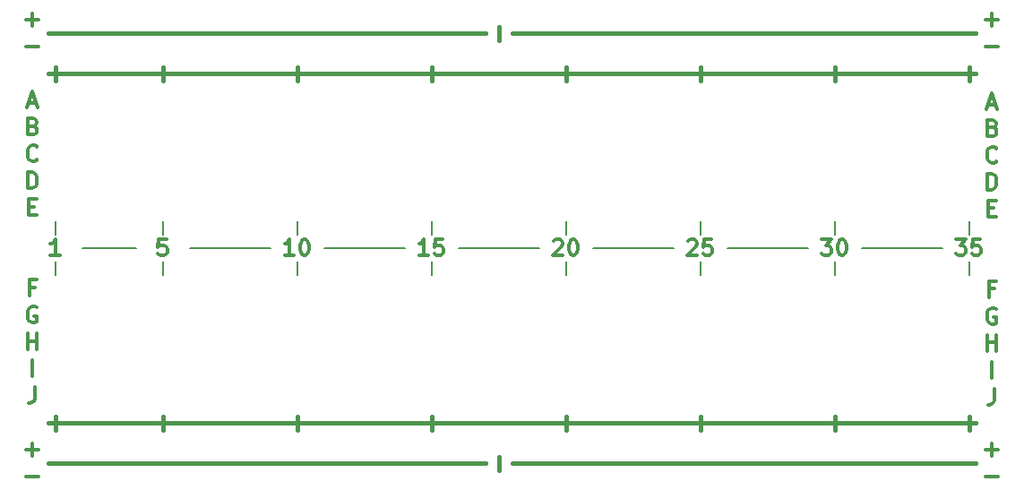
<source format=gto>
%FSLAX34Y34*%
G04 Gerber Fmt 3.4, Leading zero omitted, Abs format*
G04 (created by PCBNEW (2014-06-03 BZR 4917)-product) date Thu 12 Jun 2014 02:46:08 AM CEST*
%MOIN*%
G01*
G70*
G90*
G04 APERTURE LIST*
%ADD10C,0.005906*%
%ADD11C,0.007874*%
%ADD12C,0.013780*%
%ADD13C,0.015748*%
%ADD14C,0.125984*%
%ADD15C,0.039370*%
%ADD16C,0.064961*%
G04 APERTURE END LIST*
G54D10*
G54D11*
X44750Y-35500D02*
X44750Y-36000D01*
X44750Y-34000D02*
X44750Y-34500D01*
X39750Y-34000D02*
X39750Y-34500D01*
X39750Y-35500D02*
X39750Y-36000D01*
X34750Y-35500D02*
X34750Y-36000D01*
X34750Y-34000D02*
X34750Y-34500D01*
X29750Y-34000D02*
X29750Y-34500D01*
X29750Y-35500D02*
X29750Y-36000D01*
X24750Y-35500D02*
X24750Y-36000D01*
X24750Y-34000D02*
X24750Y-34500D01*
X19750Y-35500D02*
X19750Y-36000D01*
X19750Y-34000D02*
X19750Y-34500D01*
X10750Y-34000D02*
X10750Y-34500D01*
X10750Y-35500D02*
X10750Y-36000D01*
X14750Y-35500D02*
X14750Y-36000D01*
X14750Y-34000D02*
X14750Y-34500D01*
X40750Y-35000D02*
X43750Y-35000D01*
X35750Y-35000D02*
X38750Y-35000D01*
X30750Y-35000D02*
X33750Y-35000D01*
X25750Y-35000D02*
X28750Y-35000D01*
X20750Y-35000D02*
X23750Y-35000D01*
X15750Y-35000D02*
X18750Y-35000D01*
X11750Y-35000D02*
X13750Y-35000D01*
G54D12*
X44271Y-34676D02*
X44637Y-34676D01*
X44440Y-34901D01*
X44525Y-34901D01*
X44581Y-34929D01*
X44609Y-34957D01*
X44637Y-35014D01*
X44637Y-35154D01*
X44609Y-35210D01*
X44581Y-35239D01*
X44525Y-35267D01*
X44356Y-35267D01*
X44300Y-35239D01*
X44271Y-35210D01*
X45171Y-34676D02*
X44890Y-34676D01*
X44862Y-34957D01*
X44890Y-34929D01*
X44946Y-34901D01*
X45087Y-34901D01*
X45143Y-34929D01*
X45171Y-34957D01*
X45199Y-35014D01*
X45199Y-35154D01*
X45171Y-35210D01*
X45143Y-35239D01*
X45087Y-35267D01*
X44946Y-35267D01*
X44890Y-35239D01*
X44862Y-35210D01*
X39271Y-34676D02*
X39637Y-34676D01*
X39440Y-34901D01*
X39525Y-34901D01*
X39581Y-34929D01*
X39609Y-34957D01*
X39637Y-35014D01*
X39637Y-35154D01*
X39609Y-35210D01*
X39581Y-35239D01*
X39525Y-35267D01*
X39356Y-35267D01*
X39300Y-35239D01*
X39271Y-35210D01*
X40003Y-34676D02*
X40059Y-34676D01*
X40115Y-34704D01*
X40143Y-34732D01*
X40171Y-34789D01*
X40199Y-34901D01*
X40199Y-35042D01*
X40171Y-35154D01*
X40143Y-35210D01*
X40115Y-35239D01*
X40059Y-35267D01*
X40003Y-35267D01*
X39946Y-35239D01*
X39918Y-35210D01*
X39890Y-35154D01*
X39862Y-35042D01*
X39862Y-34901D01*
X39890Y-34789D01*
X39918Y-34732D01*
X39946Y-34704D01*
X40003Y-34676D01*
X34300Y-34732D02*
X34328Y-34704D01*
X34384Y-34676D01*
X34525Y-34676D01*
X34581Y-34704D01*
X34609Y-34732D01*
X34637Y-34789D01*
X34637Y-34845D01*
X34609Y-34929D01*
X34271Y-35267D01*
X34637Y-35267D01*
X35171Y-34676D02*
X34890Y-34676D01*
X34862Y-34957D01*
X34890Y-34929D01*
X34946Y-34901D01*
X35087Y-34901D01*
X35143Y-34929D01*
X35171Y-34957D01*
X35199Y-35014D01*
X35199Y-35154D01*
X35171Y-35210D01*
X35143Y-35239D01*
X35087Y-35267D01*
X34946Y-35267D01*
X34890Y-35239D01*
X34862Y-35210D01*
X29300Y-34732D02*
X29328Y-34704D01*
X29384Y-34676D01*
X29525Y-34676D01*
X29581Y-34704D01*
X29609Y-34732D01*
X29637Y-34789D01*
X29637Y-34845D01*
X29609Y-34929D01*
X29271Y-35267D01*
X29637Y-35267D01*
X30003Y-34676D02*
X30059Y-34676D01*
X30115Y-34704D01*
X30143Y-34732D01*
X30171Y-34789D01*
X30199Y-34901D01*
X30199Y-35042D01*
X30171Y-35154D01*
X30143Y-35210D01*
X30115Y-35239D01*
X30059Y-35267D01*
X30003Y-35267D01*
X29946Y-35239D01*
X29918Y-35210D01*
X29890Y-35154D01*
X29862Y-35042D01*
X29862Y-34901D01*
X29890Y-34789D01*
X29918Y-34732D01*
X29946Y-34704D01*
X30003Y-34676D01*
X24637Y-35267D02*
X24300Y-35267D01*
X24468Y-35267D02*
X24468Y-34676D01*
X24412Y-34760D01*
X24356Y-34817D01*
X24300Y-34845D01*
X25171Y-34676D02*
X24890Y-34676D01*
X24862Y-34957D01*
X24890Y-34929D01*
X24946Y-34901D01*
X25087Y-34901D01*
X25143Y-34929D01*
X25171Y-34957D01*
X25199Y-35014D01*
X25199Y-35154D01*
X25171Y-35210D01*
X25143Y-35239D01*
X25087Y-35267D01*
X24946Y-35267D01*
X24890Y-35239D01*
X24862Y-35210D01*
X19637Y-35267D02*
X19300Y-35267D01*
X19468Y-35267D02*
X19468Y-34676D01*
X19412Y-34760D01*
X19356Y-34817D01*
X19300Y-34845D01*
X20003Y-34676D02*
X20059Y-34676D01*
X20115Y-34704D01*
X20143Y-34732D01*
X20171Y-34789D01*
X20199Y-34901D01*
X20199Y-35042D01*
X20171Y-35154D01*
X20143Y-35210D01*
X20115Y-35239D01*
X20059Y-35267D01*
X20003Y-35267D01*
X19946Y-35239D01*
X19918Y-35210D01*
X19890Y-35154D01*
X19862Y-35042D01*
X19862Y-34901D01*
X19890Y-34789D01*
X19918Y-34732D01*
X19946Y-34704D01*
X20003Y-34676D01*
X14890Y-34676D02*
X14609Y-34676D01*
X14581Y-34957D01*
X14609Y-34929D01*
X14665Y-34901D01*
X14806Y-34901D01*
X14862Y-34929D01*
X14890Y-34957D01*
X14918Y-35014D01*
X14918Y-35154D01*
X14890Y-35210D01*
X14862Y-35239D01*
X14806Y-35267D01*
X14665Y-35267D01*
X14609Y-35239D01*
X14581Y-35210D01*
X10918Y-35267D02*
X10581Y-35267D01*
X10750Y-35267D02*
X10750Y-34676D01*
X10693Y-34760D01*
X10637Y-34817D01*
X10581Y-34845D01*
G54D13*
X27250Y-42750D02*
X27250Y-43250D01*
X27250Y-26750D02*
X27250Y-27250D01*
G54D12*
X45459Y-29648D02*
X45740Y-29648D01*
X45403Y-29817D02*
X45600Y-29226D01*
X45796Y-29817D01*
X45642Y-30507D02*
X45726Y-30535D01*
X45754Y-30564D01*
X45782Y-30620D01*
X45782Y-30704D01*
X45754Y-30760D01*
X45726Y-30789D01*
X45670Y-30817D01*
X45445Y-30817D01*
X45445Y-30226D01*
X45642Y-30226D01*
X45698Y-30254D01*
X45726Y-30282D01*
X45754Y-30339D01*
X45754Y-30395D01*
X45726Y-30451D01*
X45698Y-30479D01*
X45642Y-30507D01*
X45445Y-30507D01*
X45782Y-31760D02*
X45754Y-31789D01*
X45670Y-31817D01*
X45614Y-31817D01*
X45529Y-31789D01*
X45473Y-31732D01*
X45445Y-31676D01*
X45417Y-31564D01*
X45417Y-31479D01*
X45445Y-31367D01*
X45473Y-31310D01*
X45529Y-31254D01*
X45614Y-31226D01*
X45670Y-31226D01*
X45754Y-31254D01*
X45782Y-31282D01*
X45445Y-32817D02*
X45445Y-32226D01*
X45585Y-32226D01*
X45670Y-32254D01*
X45726Y-32310D01*
X45754Y-32367D01*
X45782Y-32479D01*
X45782Y-32564D01*
X45754Y-32676D01*
X45726Y-32732D01*
X45670Y-32789D01*
X45585Y-32817D01*
X45445Y-32817D01*
X45473Y-33507D02*
X45670Y-33507D01*
X45754Y-33817D02*
X45473Y-33817D01*
X45473Y-33226D01*
X45754Y-33226D01*
X45684Y-36507D02*
X45487Y-36507D01*
X45487Y-36817D02*
X45487Y-36226D01*
X45768Y-36226D01*
X45754Y-37254D02*
X45698Y-37226D01*
X45614Y-37226D01*
X45529Y-37254D01*
X45473Y-37310D01*
X45445Y-37367D01*
X45417Y-37479D01*
X45417Y-37564D01*
X45445Y-37676D01*
X45473Y-37732D01*
X45529Y-37789D01*
X45614Y-37817D01*
X45670Y-37817D01*
X45754Y-37789D01*
X45782Y-37760D01*
X45782Y-37564D01*
X45670Y-37564D01*
X45431Y-38817D02*
X45431Y-38226D01*
X45431Y-38507D02*
X45768Y-38507D01*
X45768Y-38817D02*
X45768Y-38226D01*
X45600Y-39817D02*
X45600Y-39226D01*
X45684Y-40226D02*
X45684Y-40648D01*
X45656Y-40732D01*
X45600Y-40789D01*
X45515Y-40817D01*
X45459Y-40817D01*
X9984Y-40176D02*
X9984Y-40598D01*
X9956Y-40682D01*
X9900Y-40739D01*
X9815Y-40767D01*
X9759Y-40767D01*
X9900Y-39767D02*
X9900Y-39176D01*
X9731Y-38767D02*
X9731Y-38176D01*
X9731Y-38457D02*
X10068Y-38457D01*
X10068Y-38767D02*
X10068Y-38176D01*
X10054Y-37204D02*
X9998Y-37176D01*
X9914Y-37176D01*
X9829Y-37204D01*
X9773Y-37260D01*
X9745Y-37317D01*
X9717Y-37429D01*
X9717Y-37514D01*
X9745Y-37626D01*
X9773Y-37682D01*
X9829Y-37739D01*
X9914Y-37767D01*
X9970Y-37767D01*
X10054Y-37739D01*
X10082Y-37710D01*
X10082Y-37514D01*
X9970Y-37514D01*
X9984Y-36457D02*
X9787Y-36457D01*
X9787Y-36767D02*
X9787Y-36176D01*
X10068Y-36176D01*
X9773Y-33457D02*
X9970Y-33457D01*
X10054Y-33767D02*
X9773Y-33767D01*
X9773Y-33176D01*
X10054Y-33176D01*
X9745Y-32767D02*
X9745Y-32176D01*
X9885Y-32176D01*
X9970Y-32204D01*
X10026Y-32260D01*
X10054Y-32317D01*
X10082Y-32429D01*
X10082Y-32514D01*
X10054Y-32626D01*
X10026Y-32682D01*
X9970Y-32739D01*
X9885Y-32767D01*
X9745Y-32767D01*
X10082Y-31710D02*
X10054Y-31739D01*
X9970Y-31767D01*
X9914Y-31767D01*
X9829Y-31739D01*
X9773Y-31682D01*
X9745Y-31626D01*
X9717Y-31514D01*
X9717Y-31429D01*
X9745Y-31317D01*
X9773Y-31260D01*
X9829Y-31204D01*
X9914Y-31176D01*
X9970Y-31176D01*
X10054Y-31204D01*
X10082Y-31232D01*
X9942Y-30457D02*
X10026Y-30485D01*
X10054Y-30514D01*
X10082Y-30570D01*
X10082Y-30654D01*
X10054Y-30710D01*
X10026Y-30739D01*
X9970Y-30767D01*
X9745Y-30767D01*
X9745Y-30176D01*
X9942Y-30176D01*
X9998Y-30204D01*
X10026Y-30232D01*
X10054Y-30289D01*
X10054Y-30345D01*
X10026Y-30401D01*
X9998Y-30429D01*
X9942Y-30457D01*
X9745Y-30457D01*
X9759Y-29598D02*
X10040Y-29598D01*
X9703Y-29767D02*
X9900Y-29176D01*
X10096Y-29767D01*
X45824Y-42492D02*
X45375Y-42492D01*
X45600Y-42717D02*
X45600Y-42267D01*
X45824Y-43492D02*
X45375Y-43492D01*
X10124Y-43492D02*
X9675Y-43492D01*
X10124Y-42492D02*
X9675Y-42492D01*
X9900Y-42717D02*
X9900Y-42267D01*
X45824Y-26492D02*
X45375Y-26492D01*
X45600Y-26717D02*
X45600Y-26267D01*
X45824Y-27492D02*
X45375Y-27492D01*
X10124Y-27492D02*
X9675Y-27492D01*
X10124Y-26492D02*
X9675Y-26492D01*
X9900Y-26717D02*
X9900Y-26267D01*
G54D13*
X27750Y-43000D02*
X45000Y-43000D01*
X10500Y-43000D02*
X26750Y-43000D01*
X27750Y-27000D02*
X45000Y-27000D01*
X10500Y-27000D02*
X26750Y-27000D01*
X44750Y-28250D02*
X44750Y-28750D01*
X39750Y-28250D02*
X39750Y-28750D01*
X34750Y-28250D02*
X34750Y-28750D01*
X29750Y-28250D02*
X29750Y-28750D01*
X24750Y-28250D02*
X24750Y-28750D01*
X19750Y-28250D02*
X19750Y-28750D01*
X14750Y-28250D02*
X14750Y-28750D01*
X10750Y-28250D02*
X10750Y-28750D01*
X10750Y-41250D02*
X10750Y-41750D01*
X44750Y-41750D02*
X44750Y-41250D01*
X39750Y-41750D02*
X39750Y-41250D01*
X34750Y-41750D02*
X34750Y-41250D01*
X29750Y-41250D02*
X29750Y-41750D01*
X24750Y-41250D02*
X24750Y-41750D01*
X19750Y-41250D02*
X19750Y-41750D01*
X14750Y-41250D02*
X14750Y-41750D01*
X10500Y-41500D02*
X45000Y-41500D01*
X10500Y-28500D02*
X45000Y-28500D01*
%LPC*%
G54D14*
X46062Y-35000D03*
X9448Y-35000D03*
G54D15*
X26500Y-32000D03*
X27000Y-32000D03*
X27500Y-32000D03*
X28000Y-32000D03*
X28500Y-32000D03*
X29000Y-32000D03*
X29500Y-32000D03*
X30000Y-32000D03*
G54D16*
X34750Y-38500D03*
X35750Y-38500D03*
X36750Y-38500D03*
X37750Y-38500D03*
X38750Y-38500D03*
X39750Y-38500D03*
X40750Y-38500D03*
X41750Y-38500D03*
X26750Y-38500D03*
X27750Y-38500D03*
X28750Y-38500D03*
X29750Y-38500D03*
X30750Y-38500D03*
X31750Y-38500D03*
X32750Y-38500D03*
X33750Y-38500D03*
X10750Y-40500D03*
X11750Y-40500D03*
X12750Y-40500D03*
X13750Y-40500D03*
X14750Y-40500D03*
X15750Y-40500D03*
X16750Y-40500D03*
X17750Y-40500D03*
X34750Y-31500D03*
X35750Y-31500D03*
X36750Y-31500D03*
X37750Y-31500D03*
X38750Y-31500D03*
X39750Y-31500D03*
X40750Y-31500D03*
X41750Y-31500D03*
X26750Y-30500D03*
X27750Y-30500D03*
X28750Y-30500D03*
X29750Y-30500D03*
X30750Y-30500D03*
X31750Y-30500D03*
X32750Y-30500D03*
X33750Y-30500D03*
X18750Y-30500D03*
X19750Y-30500D03*
X20750Y-30500D03*
X21750Y-30500D03*
X22750Y-30500D03*
X23750Y-30500D03*
X24750Y-30500D03*
X25750Y-30500D03*
X42750Y-32500D03*
X43750Y-32500D03*
X44750Y-32500D03*
X42750Y-31500D03*
X43750Y-31500D03*
X44750Y-31500D03*
X42750Y-30500D03*
X43750Y-30500D03*
X44750Y-30500D03*
X42750Y-29500D03*
X43750Y-29500D03*
X44750Y-29500D03*
X42750Y-27500D03*
X43750Y-27500D03*
X44750Y-27500D03*
X42750Y-26500D03*
X43750Y-26500D03*
X44750Y-26500D03*
X42750Y-33500D03*
X43750Y-33500D03*
X44750Y-33500D03*
X42750Y-40500D03*
X43750Y-40500D03*
X44750Y-40500D03*
X42750Y-39500D03*
X43750Y-39500D03*
X44750Y-39500D03*
X42750Y-38500D03*
X43750Y-38500D03*
X44750Y-38500D03*
X42750Y-37500D03*
X43750Y-37500D03*
X44750Y-37500D03*
X42750Y-36500D03*
X43750Y-36500D03*
X44750Y-36500D03*
X42750Y-43500D03*
X43750Y-43500D03*
X44750Y-43500D03*
X42750Y-42500D03*
X43750Y-42500D03*
X44750Y-42500D03*
G54D15*
X42500Y-26000D03*
X43000Y-26000D03*
X43500Y-26000D03*
X44000Y-26000D03*
X44500Y-26000D03*
X45000Y-26000D03*
X42500Y-28000D03*
X43000Y-28000D03*
X43500Y-28000D03*
X44000Y-28000D03*
X44500Y-28000D03*
X45000Y-28000D03*
X42500Y-29000D03*
X43000Y-29000D03*
X43500Y-29000D03*
X44000Y-29000D03*
X44500Y-29000D03*
X45000Y-29000D03*
X42500Y-30000D03*
X43000Y-30000D03*
X43500Y-30000D03*
X44000Y-30000D03*
X44500Y-30000D03*
X45000Y-30000D03*
X42500Y-31000D03*
X43000Y-31000D03*
X43500Y-31000D03*
X44000Y-31000D03*
X44500Y-31000D03*
X45000Y-31000D03*
X42500Y-32000D03*
X43000Y-32000D03*
X43500Y-32000D03*
X44000Y-32000D03*
X44500Y-32000D03*
X45000Y-32000D03*
X42500Y-33000D03*
X43000Y-33000D03*
X43500Y-33000D03*
X44000Y-33000D03*
X44500Y-33000D03*
X45000Y-33000D03*
X42500Y-44000D03*
X43000Y-44000D03*
X43500Y-44000D03*
X44000Y-44000D03*
X44500Y-44000D03*
X45000Y-44000D03*
X42500Y-42000D03*
X43000Y-42000D03*
X43500Y-42000D03*
X44000Y-42000D03*
X44500Y-42000D03*
X45000Y-42000D03*
X42500Y-41000D03*
X43000Y-41000D03*
X43500Y-41000D03*
X44000Y-41000D03*
X44500Y-41000D03*
X45000Y-41000D03*
X42500Y-40000D03*
X43000Y-40000D03*
X43500Y-40000D03*
X44000Y-40000D03*
X44500Y-40000D03*
X45000Y-40000D03*
X42500Y-39000D03*
X43000Y-39000D03*
X43500Y-39000D03*
X44000Y-39000D03*
X44500Y-39000D03*
X45000Y-39000D03*
X42500Y-38000D03*
X43000Y-38000D03*
X43500Y-38000D03*
X44000Y-38000D03*
X44500Y-38000D03*
X45000Y-38000D03*
X42500Y-37000D03*
X43000Y-37000D03*
X43500Y-37000D03*
X44000Y-37000D03*
X44500Y-37000D03*
X45000Y-37000D03*
X30500Y-29000D03*
X31000Y-29000D03*
X31500Y-29000D03*
X32000Y-29000D03*
X32500Y-29000D03*
X33000Y-29000D03*
X33500Y-29000D03*
X34000Y-29000D03*
G54D16*
X26750Y-33500D03*
X27750Y-33500D03*
X28750Y-33500D03*
X29750Y-33500D03*
X30750Y-33500D03*
X31750Y-33500D03*
X32750Y-33500D03*
X33750Y-33500D03*
X26750Y-29500D03*
X27750Y-29500D03*
X28750Y-29500D03*
X29750Y-29500D03*
X30750Y-29500D03*
X31750Y-29500D03*
X32750Y-29500D03*
X33750Y-29500D03*
X26750Y-31500D03*
X27750Y-31500D03*
X28750Y-31500D03*
X29750Y-31500D03*
X30750Y-31500D03*
X31750Y-31500D03*
X32750Y-31500D03*
X33750Y-31500D03*
X26750Y-32500D03*
X27750Y-32500D03*
X28750Y-32500D03*
X29750Y-32500D03*
X30750Y-32500D03*
X31750Y-32500D03*
X32750Y-32500D03*
X33750Y-32500D03*
X26750Y-36500D03*
X27750Y-36500D03*
X28750Y-36500D03*
X29750Y-36500D03*
X30750Y-36500D03*
X31750Y-36500D03*
X32750Y-36500D03*
X33750Y-36500D03*
X26750Y-40500D03*
X27750Y-40500D03*
X28750Y-40500D03*
X29750Y-40500D03*
X30750Y-40500D03*
X31750Y-40500D03*
X32750Y-40500D03*
X33750Y-40500D03*
X26750Y-39500D03*
X27750Y-39500D03*
X28750Y-39500D03*
X29750Y-39500D03*
X30750Y-39500D03*
X31750Y-39500D03*
X32750Y-39500D03*
X33750Y-39500D03*
X26750Y-37500D03*
X27750Y-37500D03*
X28750Y-37500D03*
X29750Y-37500D03*
X30750Y-37500D03*
X31750Y-37500D03*
X32750Y-37500D03*
X33750Y-37500D03*
G54D15*
X26500Y-29000D03*
X27000Y-29000D03*
X27500Y-29000D03*
X28000Y-29000D03*
X28500Y-29000D03*
X29000Y-29000D03*
X29500Y-29000D03*
X30000Y-29000D03*
X26500Y-30000D03*
X27000Y-30000D03*
X27500Y-30000D03*
X28000Y-30000D03*
X28500Y-30000D03*
X29000Y-30000D03*
X29500Y-30000D03*
X30000Y-30000D03*
X26500Y-31000D03*
X27000Y-31000D03*
X27500Y-31000D03*
X28000Y-31000D03*
X28500Y-31000D03*
X29000Y-31000D03*
X29500Y-31000D03*
X30000Y-31000D03*
X26500Y-33000D03*
X27000Y-33000D03*
X27500Y-33000D03*
X28000Y-33000D03*
X28500Y-33000D03*
X29000Y-33000D03*
X29500Y-33000D03*
X30000Y-33000D03*
X26500Y-37000D03*
X27000Y-37000D03*
X27500Y-37000D03*
X28000Y-37000D03*
X28500Y-37000D03*
X29000Y-37000D03*
X29500Y-37000D03*
X30000Y-37000D03*
X26500Y-38000D03*
X27000Y-38000D03*
X27500Y-38000D03*
X28000Y-38000D03*
X28500Y-38000D03*
X29000Y-38000D03*
X29500Y-38000D03*
X30000Y-38000D03*
X26500Y-39000D03*
X27000Y-39000D03*
X27500Y-39000D03*
X28000Y-39000D03*
X28500Y-39000D03*
X29000Y-39000D03*
X29500Y-39000D03*
X30000Y-39000D03*
X26500Y-40000D03*
X27000Y-40000D03*
X27500Y-40000D03*
X28000Y-40000D03*
X28500Y-40000D03*
X29000Y-40000D03*
X29500Y-40000D03*
X30000Y-40000D03*
X26500Y-41000D03*
X27000Y-41000D03*
X27500Y-41000D03*
X28000Y-41000D03*
X28500Y-41000D03*
X29000Y-41000D03*
X29500Y-41000D03*
X30000Y-41000D03*
X30500Y-30000D03*
X31000Y-30000D03*
X31500Y-30000D03*
X32000Y-30000D03*
X32500Y-30000D03*
X33000Y-30000D03*
X33500Y-30000D03*
X34000Y-30000D03*
X30500Y-31000D03*
X31000Y-31000D03*
X31500Y-31000D03*
X32000Y-31000D03*
X32500Y-31000D03*
X33000Y-31000D03*
X33500Y-31000D03*
X34000Y-31000D03*
X30500Y-32000D03*
X31000Y-32000D03*
X31500Y-32000D03*
X32000Y-32000D03*
X32500Y-32000D03*
X33000Y-32000D03*
X33500Y-32000D03*
X34000Y-32000D03*
X30500Y-33000D03*
X31000Y-33000D03*
X31500Y-33000D03*
X32000Y-33000D03*
X32500Y-33000D03*
X33000Y-33000D03*
X33500Y-33000D03*
X34000Y-33000D03*
X30500Y-41000D03*
X31000Y-41000D03*
X31500Y-41000D03*
X32000Y-41000D03*
X32500Y-41000D03*
X33000Y-41000D03*
X33500Y-41000D03*
X34000Y-41000D03*
X30500Y-40000D03*
X31000Y-40000D03*
X31500Y-40000D03*
X32000Y-40000D03*
X32500Y-40000D03*
X33000Y-40000D03*
X33500Y-40000D03*
X34000Y-40000D03*
X30500Y-39000D03*
X31000Y-39000D03*
X31500Y-39000D03*
X32000Y-39000D03*
X32500Y-39000D03*
X33000Y-39000D03*
X33500Y-39000D03*
X34000Y-39000D03*
X30500Y-38000D03*
X31000Y-38000D03*
X31500Y-38000D03*
X32000Y-38000D03*
X32500Y-38000D03*
X33000Y-38000D03*
X33500Y-38000D03*
X34000Y-38000D03*
X30500Y-37000D03*
X31000Y-37000D03*
X31500Y-37000D03*
X32000Y-37000D03*
X32500Y-37000D03*
X33000Y-37000D03*
X33500Y-37000D03*
X34000Y-37000D03*
X26500Y-42000D03*
X27000Y-42000D03*
X27500Y-42000D03*
X28000Y-42000D03*
X28500Y-42000D03*
X29000Y-42000D03*
X29500Y-42000D03*
X30000Y-42000D03*
X30500Y-42000D03*
X31000Y-42000D03*
X31500Y-42000D03*
X32000Y-42000D03*
X32500Y-42000D03*
X33000Y-42000D03*
X33500Y-42000D03*
X34000Y-42000D03*
G54D16*
X26750Y-42500D03*
X27750Y-42500D03*
X28750Y-42500D03*
X29750Y-42500D03*
X30750Y-42500D03*
X31750Y-42500D03*
X32750Y-42500D03*
X33750Y-42500D03*
X26750Y-43500D03*
X27750Y-43500D03*
X28750Y-43500D03*
X29750Y-43500D03*
X30750Y-43500D03*
X31750Y-43500D03*
X32750Y-43500D03*
X33750Y-43500D03*
G54D15*
X30500Y-44000D03*
X31000Y-44000D03*
X31500Y-44000D03*
X32000Y-44000D03*
X32500Y-44000D03*
X33000Y-44000D03*
X33500Y-44000D03*
X34000Y-44000D03*
X26500Y-44000D03*
X27000Y-44000D03*
X27500Y-44000D03*
X28000Y-44000D03*
X28500Y-44000D03*
X29000Y-44000D03*
X29500Y-44000D03*
X30000Y-44000D03*
X26500Y-28000D03*
X27000Y-28000D03*
X27500Y-28000D03*
X28000Y-28000D03*
X28500Y-28000D03*
X29000Y-28000D03*
X29500Y-28000D03*
X30000Y-28000D03*
X30500Y-28000D03*
X31000Y-28000D03*
X31500Y-28000D03*
X32000Y-28000D03*
X32500Y-28000D03*
X33000Y-28000D03*
X33500Y-28000D03*
X34000Y-28000D03*
G54D16*
X26750Y-27500D03*
X27750Y-27500D03*
X28750Y-27500D03*
X29750Y-27500D03*
X30750Y-27500D03*
X31750Y-27500D03*
X32750Y-27500D03*
X33750Y-27500D03*
X26750Y-26500D03*
X27750Y-26500D03*
X28750Y-26500D03*
X29750Y-26500D03*
X30750Y-26500D03*
X31750Y-26500D03*
X32750Y-26500D03*
X33750Y-26500D03*
G54D15*
X30500Y-26000D03*
X31000Y-26000D03*
X31500Y-26000D03*
X32000Y-26000D03*
X32500Y-26000D03*
X33000Y-26000D03*
X33500Y-26000D03*
X34000Y-26000D03*
X26500Y-26000D03*
X27000Y-26000D03*
X27500Y-26000D03*
X28000Y-26000D03*
X28500Y-26000D03*
X29000Y-26000D03*
X29500Y-26000D03*
X30000Y-26000D03*
X34500Y-26000D03*
X35000Y-26000D03*
X35500Y-26000D03*
X36000Y-26000D03*
X36500Y-26000D03*
X37000Y-26000D03*
X37500Y-26000D03*
X38000Y-26000D03*
X38500Y-26000D03*
X39000Y-26000D03*
X39500Y-26000D03*
X40000Y-26000D03*
X40500Y-26000D03*
X41000Y-26000D03*
X41500Y-26000D03*
X42000Y-26000D03*
G54D16*
X34750Y-26500D03*
X35750Y-26500D03*
X36750Y-26500D03*
X37750Y-26500D03*
X38750Y-26500D03*
X39750Y-26500D03*
X40750Y-26500D03*
X41750Y-26500D03*
X34750Y-27500D03*
X35750Y-27500D03*
X36750Y-27500D03*
X37750Y-27500D03*
X38750Y-27500D03*
X39750Y-27500D03*
X40750Y-27500D03*
X41750Y-27500D03*
G54D15*
X38500Y-28000D03*
X39000Y-28000D03*
X39500Y-28000D03*
X40000Y-28000D03*
X40500Y-28000D03*
X41000Y-28000D03*
X41500Y-28000D03*
X42000Y-28000D03*
X34500Y-28000D03*
X35000Y-28000D03*
X35500Y-28000D03*
X36000Y-28000D03*
X36500Y-28000D03*
X37000Y-28000D03*
X37500Y-28000D03*
X38000Y-28000D03*
X34500Y-44000D03*
X35000Y-44000D03*
X35500Y-44000D03*
X36000Y-44000D03*
X36500Y-44000D03*
X37000Y-44000D03*
X37500Y-44000D03*
X38000Y-44000D03*
X38500Y-44000D03*
X39000Y-44000D03*
X39500Y-44000D03*
X40000Y-44000D03*
X40500Y-44000D03*
X41000Y-44000D03*
X41500Y-44000D03*
X42000Y-44000D03*
G54D16*
X34750Y-43500D03*
X35750Y-43500D03*
X36750Y-43500D03*
X37750Y-43500D03*
X38750Y-43500D03*
X39750Y-43500D03*
X40750Y-43500D03*
X41750Y-43500D03*
X34750Y-42500D03*
X35750Y-42500D03*
X36750Y-42500D03*
X37750Y-42500D03*
X38750Y-42500D03*
X39750Y-42500D03*
X40750Y-42500D03*
X41750Y-42500D03*
G54D15*
X38500Y-42000D03*
X39000Y-42000D03*
X39500Y-42000D03*
X40000Y-42000D03*
X40500Y-42000D03*
X41000Y-42000D03*
X41500Y-42000D03*
X42000Y-42000D03*
X34500Y-42000D03*
X35000Y-42000D03*
X35500Y-42000D03*
X36000Y-42000D03*
X36500Y-42000D03*
X37000Y-42000D03*
X37500Y-42000D03*
X38000Y-42000D03*
X38500Y-37000D03*
X39000Y-37000D03*
X39500Y-37000D03*
X40000Y-37000D03*
X40500Y-37000D03*
X41000Y-37000D03*
X41500Y-37000D03*
X42000Y-37000D03*
X38500Y-38000D03*
X39000Y-38000D03*
X39500Y-38000D03*
X40000Y-38000D03*
X40500Y-38000D03*
X41000Y-38000D03*
X41500Y-38000D03*
X42000Y-38000D03*
X38500Y-39000D03*
X39000Y-39000D03*
X39500Y-39000D03*
X40000Y-39000D03*
X40500Y-39000D03*
X41000Y-39000D03*
X41500Y-39000D03*
X42000Y-39000D03*
X38500Y-40000D03*
X39000Y-40000D03*
X39500Y-40000D03*
X40000Y-40000D03*
X40500Y-40000D03*
X41000Y-40000D03*
X41500Y-40000D03*
X42000Y-40000D03*
X38500Y-41000D03*
X39000Y-41000D03*
X39500Y-41000D03*
X40000Y-41000D03*
X40500Y-41000D03*
X41000Y-41000D03*
X41500Y-41000D03*
X42000Y-41000D03*
X38500Y-33000D03*
X39000Y-33000D03*
X39500Y-33000D03*
X40000Y-33000D03*
X40500Y-33000D03*
X41000Y-33000D03*
X41500Y-33000D03*
X42000Y-33000D03*
X38500Y-32000D03*
X39000Y-32000D03*
X39500Y-32000D03*
X40000Y-32000D03*
X40500Y-32000D03*
X41000Y-32000D03*
X41500Y-32000D03*
X42000Y-32000D03*
X38500Y-31000D03*
X39000Y-31000D03*
X39500Y-31000D03*
X40000Y-31000D03*
X40500Y-31000D03*
X41000Y-31000D03*
X41500Y-31000D03*
X42000Y-31000D03*
X38500Y-30000D03*
X39000Y-30000D03*
X39500Y-30000D03*
X40000Y-30000D03*
X40500Y-30000D03*
X41000Y-30000D03*
X41500Y-30000D03*
X42000Y-30000D03*
X34500Y-41000D03*
X35000Y-41000D03*
X35500Y-41000D03*
X36000Y-41000D03*
X36500Y-41000D03*
X37000Y-41000D03*
X37500Y-41000D03*
X38000Y-41000D03*
X34500Y-40000D03*
X35000Y-40000D03*
X35500Y-40000D03*
X36000Y-40000D03*
X36500Y-40000D03*
X37000Y-40000D03*
X37500Y-40000D03*
X38000Y-40000D03*
X34500Y-39000D03*
X35000Y-39000D03*
X35500Y-39000D03*
X36000Y-39000D03*
X36500Y-39000D03*
X37000Y-39000D03*
X37500Y-39000D03*
X38000Y-39000D03*
X34500Y-38000D03*
X35000Y-38000D03*
X35500Y-38000D03*
X36000Y-38000D03*
X36500Y-38000D03*
X37000Y-38000D03*
X37500Y-38000D03*
X38000Y-38000D03*
X34500Y-37000D03*
X35000Y-37000D03*
X35500Y-37000D03*
X36000Y-37000D03*
X36500Y-37000D03*
X37000Y-37000D03*
X37500Y-37000D03*
X38000Y-37000D03*
X34500Y-33000D03*
X35000Y-33000D03*
X35500Y-33000D03*
X36000Y-33000D03*
X36500Y-33000D03*
X37000Y-33000D03*
X37500Y-33000D03*
X38000Y-33000D03*
X34500Y-32000D03*
X35000Y-32000D03*
X35500Y-32000D03*
X36000Y-32000D03*
X36500Y-32000D03*
X37000Y-32000D03*
X37500Y-32000D03*
X38000Y-32000D03*
X34500Y-31000D03*
X35000Y-31000D03*
X35500Y-31000D03*
X36000Y-31000D03*
X36500Y-31000D03*
X37000Y-31000D03*
X37500Y-31000D03*
X38000Y-31000D03*
X34500Y-30000D03*
X35000Y-30000D03*
X35500Y-30000D03*
X36000Y-30000D03*
X36500Y-30000D03*
X37000Y-30000D03*
X37500Y-30000D03*
X38000Y-30000D03*
X34500Y-29000D03*
X35000Y-29000D03*
X35500Y-29000D03*
X36000Y-29000D03*
X36500Y-29000D03*
X37000Y-29000D03*
X37500Y-29000D03*
X38000Y-29000D03*
G54D16*
X34750Y-37500D03*
X35750Y-37500D03*
X36750Y-37500D03*
X37750Y-37500D03*
X38750Y-37500D03*
X39750Y-37500D03*
X40750Y-37500D03*
X41750Y-37500D03*
X34750Y-39500D03*
X35750Y-39500D03*
X36750Y-39500D03*
X37750Y-39500D03*
X38750Y-39500D03*
X39750Y-39500D03*
X40750Y-39500D03*
X41750Y-39500D03*
X34750Y-40500D03*
X35750Y-40500D03*
X36750Y-40500D03*
X37750Y-40500D03*
X38750Y-40500D03*
X39750Y-40500D03*
X40750Y-40500D03*
X41750Y-40500D03*
X34750Y-36500D03*
X35750Y-36500D03*
X36750Y-36500D03*
X37750Y-36500D03*
X38750Y-36500D03*
X39750Y-36500D03*
X40750Y-36500D03*
X41750Y-36500D03*
X34750Y-32500D03*
X35750Y-32500D03*
X36750Y-32500D03*
X37750Y-32500D03*
X38750Y-32500D03*
X39750Y-32500D03*
X40750Y-32500D03*
X41750Y-32500D03*
X34750Y-30500D03*
X35750Y-30500D03*
X36750Y-30500D03*
X37750Y-30500D03*
X38750Y-30500D03*
X39750Y-30500D03*
X40750Y-30500D03*
X41750Y-30500D03*
X34750Y-29500D03*
X35750Y-29500D03*
X36750Y-29500D03*
X37750Y-29500D03*
X38750Y-29500D03*
X39750Y-29500D03*
X40750Y-29500D03*
X41750Y-29500D03*
X34750Y-33500D03*
X35750Y-33500D03*
X36750Y-33500D03*
X37750Y-33500D03*
X38750Y-33500D03*
X39750Y-33500D03*
X40750Y-33500D03*
X41750Y-33500D03*
G54D15*
X38500Y-29000D03*
X39000Y-29000D03*
X39500Y-29000D03*
X40000Y-29000D03*
X40500Y-29000D03*
X41000Y-29000D03*
X41500Y-29000D03*
X42000Y-29000D03*
X22500Y-29000D03*
X23000Y-29000D03*
X23500Y-29000D03*
X24000Y-29000D03*
X24500Y-29000D03*
X25000Y-29000D03*
X25500Y-29000D03*
X26000Y-29000D03*
G54D16*
X18750Y-33500D03*
X19750Y-33500D03*
X20750Y-33500D03*
X21750Y-33500D03*
X22750Y-33500D03*
X23750Y-33500D03*
X24750Y-33500D03*
X25750Y-33500D03*
X18750Y-29500D03*
X19750Y-29500D03*
X20750Y-29500D03*
X21750Y-29500D03*
X22750Y-29500D03*
X23750Y-29500D03*
X24750Y-29500D03*
X25750Y-29500D03*
X18750Y-31500D03*
X19750Y-31500D03*
X20750Y-31500D03*
X21750Y-31500D03*
X22750Y-31500D03*
X23750Y-31500D03*
X24750Y-31500D03*
X25750Y-31500D03*
X18750Y-32500D03*
X19750Y-32500D03*
X20750Y-32500D03*
X21750Y-32500D03*
X22750Y-32500D03*
X23750Y-32500D03*
X24750Y-32500D03*
X25750Y-32500D03*
X18750Y-36500D03*
X19750Y-36500D03*
X20750Y-36500D03*
X21750Y-36500D03*
X22750Y-36500D03*
X23750Y-36500D03*
X24750Y-36500D03*
X25750Y-36500D03*
X18750Y-40500D03*
X19750Y-40500D03*
X20750Y-40500D03*
X21750Y-40500D03*
X22750Y-40500D03*
X23750Y-40500D03*
X24750Y-40500D03*
X25750Y-40500D03*
X18750Y-39500D03*
X19750Y-39500D03*
X20750Y-39500D03*
X21750Y-39500D03*
X22750Y-39500D03*
X23750Y-39500D03*
X24750Y-39500D03*
X25750Y-39500D03*
X18750Y-38500D03*
X19750Y-38500D03*
X20750Y-38500D03*
X21750Y-38500D03*
X22750Y-38500D03*
X23750Y-38500D03*
X24750Y-38500D03*
X25750Y-38500D03*
X18750Y-37500D03*
X19750Y-37500D03*
X20750Y-37500D03*
X21750Y-37500D03*
X22750Y-37500D03*
X23750Y-37500D03*
X24750Y-37500D03*
X25750Y-37500D03*
G54D15*
X18500Y-29000D03*
X19000Y-29000D03*
X19500Y-29000D03*
X20000Y-29000D03*
X20500Y-29000D03*
X21000Y-29000D03*
X21500Y-29000D03*
X22000Y-29000D03*
X18500Y-30000D03*
X19000Y-30000D03*
X19500Y-30000D03*
X20000Y-30000D03*
X20500Y-30000D03*
X21000Y-30000D03*
X21500Y-30000D03*
X22000Y-30000D03*
X18500Y-31000D03*
X19000Y-31000D03*
X19500Y-31000D03*
X20000Y-31000D03*
X20500Y-31000D03*
X21000Y-31000D03*
X21500Y-31000D03*
X22000Y-31000D03*
X18500Y-32000D03*
X19000Y-32000D03*
X19500Y-32000D03*
X20000Y-32000D03*
X20500Y-32000D03*
X21000Y-32000D03*
X21500Y-32000D03*
X22000Y-32000D03*
X18500Y-33000D03*
X19000Y-33000D03*
X19500Y-33000D03*
X20000Y-33000D03*
X20500Y-33000D03*
X21000Y-33000D03*
X21500Y-33000D03*
X22000Y-33000D03*
X18500Y-37000D03*
X19000Y-37000D03*
X19500Y-37000D03*
X20000Y-37000D03*
X20500Y-37000D03*
X21000Y-37000D03*
X21500Y-37000D03*
X22000Y-37000D03*
X18500Y-38000D03*
X19000Y-38000D03*
X19500Y-38000D03*
X20000Y-38000D03*
X20500Y-38000D03*
X21000Y-38000D03*
X21500Y-38000D03*
X22000Y-38000D03*
X18500Y-39000D03*
X19000Y-39000D03*
X19500Y-39000D03*
X20000Y-39000D03*
X20500Y-39000D03*
X21000Y-39000D03*
X21500Y-39000D03*
X22000Y-39000D03*
X18500Y-40000D03*
X19000Y-40000D03*
X19500Y-40000D03*
X20000Y-40000D03*
X20500Y-40000D03*
X21000Y-40000D03*
X21500Y-40000D03*
X22000Y-40000D03*
X18500Y-41000D03*
X19000Y-41000D03*
X19500Y-41000D03*
X20000Y-41000D03*
X20500Y-41000D03*
X21000Y-41000D03*
X21500Y-41000D03*
X22000Y-41000D03*
X22500Y-30000D03*
X23000Y-30000D03*
X23500Y-30000D03*
X24000Y-30000D03*
X24500Y-30000D03*
X25000Y-30000D03*
X25500Y-30000D03*
X26000Y-30000D03*
X22500Y-31000D03*
X23000Y-31000D03*
X23500Y-31000D03*
X24000Y-31000D03*
X24500Y-31000D03*
X25000Y-31000D03*
X25500Y-31000D03*
X26000Y-31000D03*
X22500Y-32000D03*
X23000Y-32000D03*
X23500Y-32000D03*
X24000Y-32000D03*
X24500Y-32000D03*
X25000Y-32000D03*
X25500Y-32000D03*
X26000Y-32000D03*
X22500Y-33000D03*
X23000Y-33000D03*
X23500Y-33000D03*
X24000Y-33000D03*
X24500Y-33000D03*
X25000Y-33000D03*
X25500Y-33000D03*
X26000Y-33000D03*
X22500Y-41000D03*
X23000Y-41000D03*
X23500Y-41000D03*
X24000Y-41000D03*
X24500Y-41000D03*
X25000Y-41000D03*
X25500Y-41000D03*
X26000Y-41000D03*
X22500Y-40000D03*
X23000Y-40000D03*
X23500Y-40000D03*
X24000Y-40000D03*
X24500Y-40000D03*
X25000Y-40000D03*
X25500Y-40000D03*
X26000Y-40000D03*
X22500Y-39000D03*
X23000Y-39000D03*
X23500Y-39000D03*
X24000Y-39000D03*
X24500Y-39000D03*
X25000Y-39000D03*
X25500Y-39000D03*
X26000Y-39000D03*
X22500Y-38000D03*
X23000Y-38000D03*
X23500Y-38000D03*
X24000Y-38000D03*
X24500Y-38000D03*
X25000Y-38000D03*
X25500Y-38000D03*
X26000Y-38000D03*
X22500Y-37000D03*
X23000Y-37000D03*
X23500Y-37000D03*
X24000Y-37000D03*
X24500Y-37000D03*
X25000Y-37000D03*
X25500Y-37000D03*
X26000Y-37000D03*
X18500Y-42000D03*
X19000Y-42000D03*
X19500Y-42000D03*
X20000Y-42000D03*
X20500Y-42000D03*
X21000Y-42000D03*
X21500Y-42000D03*
X22000Y-42000D03*
X22500Y-42000D03*
X23000Y-42000D03*
X23500Y-42000D03*
X24000Y-42000D03*
X24500Y-42000D03*
X25000Y-42000D03*
X25500Y-42000D03*
X26000Y-42000D03*
G54D16*
X18750Y-42500D03*
X19750Y-42500D03*
X20750Y-42500D03*
X21750Y-42500D03*
X22750Y-42500D03*
X23750Y-42500D03*
X24750Y-42500D03*
X25750Y-42500D03*
X18750Y-43500D03*
X19750Y-43500D03*
X20750Y-43500D03*
X21750Y-43500D03*
X22750Y-43500D03*
X23750Y-43500D03*
X24750Y-43500D03*
X25750Y-43500D03*
G54D15*
X22500Y-44000D03*
X23000Y-44000D03*
X23500Y-44000D03*
X24000Y-44000D03*
X24500Y-44000D03*
X25000Y-44000D03*
X25500Y-44000D03*
X26000Y-44000D03*
X18500Y-44000D03*
X19000Y-44000D03*
X19500Y-44000D03*
X20000Y-44000D03*
X20500Y-44000D03*
X21000Y-44000D03*
X21500Y-44000D03*
X22000Y-44000D03*
X18500Y-28000D03*
X19000Y-28000D03*
X19500Y-28000D03*
X20000Y-28000D03*
X20500Y-28000D03*
X21000Y-28000D03*
X21500Y-28000D03*
X22000Y-28000D03*
X22500Y-28000D03*
X23000Y-28000D03*
X23500Y-28000D03*
X24000Y-28000D03*
X24500Y-28000D03*
X25000Y-28000D03*
X25500Y-28000D03*
X26000Y-28000D03*
G54D16*
X18750Y-27500D03*
X19750Y-27500D03*
X20750Y-27500D03*
X21750Y-27500D03*
X22750Y-27500D03*
X23750Y-27500D03*
X24750Y-27500D03*
X25750Y-27500D03*
X18750Y-26500D03*
X19750Y-26500D03*
X20750Y-26500D03*
X21750Y-26500D03*
X22750Y-26500D03*
X23750Y-26500D03*
X24750Y-26500D03*
X25750Y-26500D03*
G54D15*
X22500Y-26000D03*
X23000Y-26000D03*
X23500Y-26000D03*
X24000Y-26000D03*
X24500Y-26000D03*
X25000Y-26000D03*
X25500Y-26000D03*
X26000Y-26000D03*
X18500Y-26000D03*
X19000Y-26000D03*
X19500Y-26000D03*
X20000Y-26000D03*
X20500Y-26000D03*
X21000Y-26000D03*
X21500Y-26000D03*
X22000Y-26000D03*
X10500Y-26000D03*
X11000Y-26000D03*
X11500Y-26000D03*
X12000Y-26000D03*
X12500Y-26000D03*
X13000Y-26000D03*
X13500Y-26000D03*
X14000Y-26000D03*
X14500Y-26000D03*
X15000Y-26000D03*
X15500Y-26000D03*
X16000Y-26000D03*
X16500Y-26000D03*
X17000Y-26000D03*
X17500Y-26000D03*
X18000Y-26000D03*
G54D16*
X10750Y-26500D03*
X11750Y-26500D03*
X12750Y-26500D03*
X13750Y-26500D03*
X14750Y-26500D03*
X15750Y-26500D03*
X16750Y-26500D03*
X17750Y-26500D03*
X10750Y-27500D03*
X11750Y-27500D03*
X12750Y-27500D03*
X13750Y-27500D03*
X14750Y-27500D03*
X15750Y-27500D03*
X16750Y-27500D03*
X17750Y-27500D03*
G54D15*
X14500Y-28000D03*
X15000Y-28000D03*
X15500Y-28000D03*
X16000Y-28000D03*
X16500Y-28000D03*
X17000Y-28000D03*
X17500Y-28000D03*
X18000Y-28000D03*
X10500Y-28000D03*
X11000Y-28000D03*
X11500Y-28000D03*
X12000Y-28000D03*
X12500Y-28000D03*
X13000Y-28000D03*
X13500Y-28000D03*
X14000Y-28000D03*
X10500Y-44000D03*
X11000Y-44000D03*
X11500Y-44000D03*
X12000Y-44000D03*
X12500Y-44000D03*
X13000Y-44000D03*
X13500Y-44000D03*
X14000Y-44000D03*
X14500Y-44000D03*
X15000Y-44000D03*
X15500Y-44000D03*
X16000Y-44000D03*
X16500Y-44000D03*
X17000Y-44000D03*
X17500Y-44000D03*
X18000Y-44000D03*
G54D16*
X10750Y-43500D03*
X11750Y-43500D03*
X12750Y-43500D03*
X13750Y-43500D03*
X14750Y-43500D03*
X15750Y-43500D03*
X16750Y-43500D03*
X17750Y-43500D03*
X10750Y-42500D03*
X11750Y-42500D03*
X12750Y-42500D03*
X13750Y-42500D03*
X14750Y-42500D03*
X15750Y-42500D03*
X16750Y-42500D03*
X17750Y-42500D03*
G54D15*
X14500Y-42000D03*
X15000Y-42000D03*
X15500Y-42000D03*
X16000Y-42000D03*
X16500Y-42000D03*
X17000Y-42000D03*
X17500Y-42000D03*
X18000Y-42000D03*
X10500Y-42000D03*
X11000Y-42000D03*
X11500Y-42000D03*
X12000Y-42000D03*
X12500Y-42000D03*
X13000Y-42000D03*
X13500Y-42000D03*
X14000Y-42000D03*
X14500Y-37000D03*
X15000Y-37000D03*
X15500Y-37000D03*
X16000Y-37000D03*
X16500Y-37000D03*
X17000Y-37000D03*
X17500Y-37000D03*
X18000Y-37000D03*
X14500Y-38000D03*
X15000Y-38000D03*
X15500Y-38000D03*
X16000Y-38000D03*
X16500Y-38000D03*
X17000Y-38000D03*
X17500Y-38000D03*
X18000Y-38000D03*
X14500Y-39000D03*
X15000Y-39000D03*
X15500Y-39000D03*
X16000Y-39000D03*
X16500Y-39000D03*
X17000Y-39000D03*
X17500Y-39000D03*
X18000Y-39000D03*
X14500Y-40000D03*
X15000Y-40000D03*
X15500Y-40000D03*
X16000Y-40000D03*
X16500Y-40000D03*
X17000Y-40000D03*
X17500Y-40000D03*
X18000Y-40000D03*
X14500Y-41000D03*
X15000Y-41000D03*
X15500Y-41000D03*
X16000Y-41000D03*
X16500Y-41000D03*
X17000Y-41000D03*
X17500Y-41000D03*
X18000Y-41000D03*
X14500Y-33000D03*
X15000Y-33000D03*
X15500Y-33000D03*
X16000Y-33000D03*
X16500Y-33000D03*
X17000Y-33000D03*
X17500Y-33000D03*
X18000Y-33000D03*
X14500Y-32000D03*
X15000Y-32000D03*
X15500Y-32000D03*
X16000Y-32000D03*
X16500Y-32000D03*
X17000Y-32000D03*
X17500Y-32000D03*
X18000Y-32000D03*
X14500Y-31000D03*
X15000Y-31000D03*
X15500Y-31000D03*
X16000Y-31000D03*
X16500Y-31000D03*
X17000Y-31000D03*
X17500Y-31000D03*
X18000Y-31000D03*
X14500Y-30000D03*
X15000Y-30000D03*
X15500Y-30000D03*
X16000Y-30000D03*
X16500Y-30000D03*
X17000Y-30000D03*
X17500Y-30000D03*
X18000Y-30000D03*
X10500Y-41000D03*
X11000Y-41000D03*
X11500Y-41000D03*
X12000Y-41000D03*
X12500Y-41000D03*
X13000Y-41000D03*
X13500Y-41000D03*
X14000Y-41000D03*
X10500Y-40000D03*
X11000Y-40000D03*
X11500Y-40000D03*
X12000Y-40000D03*
X12500Y-40000D03*
X13000Y-40000D03*
X13500Y-40000D03*
X14000Y-40000D03*
X10500Y-39000D03*
X11000Y-39000D03*
X11500Y-39000D03*
X12000Y-39000D03*
X12500Y-39000D03*
X13000Y-39000D03*
X13500Y-39000D03*
X14000Y-39000D03*
X10500Y-38000D03*
X11000Y-38000D03*
X11500Y-38000D03*
X12000Y-38000D03*
X12500Y-38000D03*
X13000Y-38000D03*
X13500Y-38000D03*
X14000Y-38000D03*
X10500Y-37000D03*
X11000Y-37000D03*
X11500Y-37000D03*
X12000Y-37000D03*
X12500Y-37000D03*
X13000Y-37000D03*
X13500Y-37000D03*
X14000Y-37000D03*
X10500Y-33000D03*
X11000Y-33000D03*
X11500Y-33000D03*
X12000Y-33000D03*
X12500Y-33000D03*
X13000Y-33000D03*
X13500Y-33000D03*
X14000Y-33000D03*
X10500Y-32000D03*
X11000Y-32000D03*
X11500Y-32000D03*
X12000Y-32000D03*
X12500Y-32000D03*
X13000Y-32000D03*
X13500Y-32000D03*
X14000Y-32000D03*
X10500Y-31000D03*
X11000Y-31000D03*
X11500Y-31000D03*
X12000Y-31000D03*
X12500Y-31000D03*
X13000Y-31000D03*
X13500Y-31000D03*
X14000Y-31000D03*
X10500Y-30000D03*
X11000Y-30000D03*
X11500Y-30000D03*
X12000Y-30000D03*
X12500Y-30000D03*
X13000Y-30000D03*
X13500Y-30000D03*
X14000Y-30000D03*
X10500Y-29000D03*
X11000Y-29000D03*
X11500Y-29000D03*
X12000Y-29000D03*
X12500Y-29000D03*
X13000Y-29000D03*
X13500Y-29000D03*
X14000Y-29000D03*
G54D16*
X10750Y-37500D03*
X11750Y-37500D03*
X12750Y-37500D03*
X13750Y-37500D03*
X14750Y-37500D03*
X15750Y-37500D03*
X16750Y-37500D03*
X17750Y-37500D03*
X10750Y-38500D03*
X11750Y-38500D03*
X12750Y-38500D03*
X13750Y-38500D03*
X14750Y-38500D03*
X15750Y-38500D03*
X16750Y-38500D03*
X17750Y-38500D03*
X10750Y-39500D03*
X11750Y-39500D03*
X12750Y-39500D03*
X13750Y-39500D03*
X14750Y-39500D03*
X15750Y-39500D03*
X16750Y-39500D03*
X17750Y-39500D03*
X10750Y-36500D03*
X11750Y-36500D03*
X12750Y-36500D03*
X13750Y-36500D03*
X14750Y-36500D03*
X15750Y-36500D03*
X16750Y-36500D03*
X17750Y-36500D03*
X10750Y-32500D03*
X11750Y-32500D03*
X12750Y-32500D03*
X13750Y-32500D03*
X14750Y-32500D03*
X15750Y-32500D03*
X16750Y-32500D03*
X17750Y-32500D03*
X10750Y-31500D03*
X11750Y-31500D03*
X12750Y-31500D03*
X13750Y-31500D03*
X14750Y-31500D03*
X15750Y-31500D03*
X16750Y-31500D03*
X17750Y-31500D03*
X10750Y-30500D03*
X11750Y-30500D03*
X12750Y-30500D03*
X13750Y-30500D03*
X14750Y-30500D03*
X15750Y-30500D03*
X16750Y-30500D03*
X17750Y-30500D03*
X10750Y-29500D03*
X11750Y-29500D03*
X12750Y-29500D03*
X13750Y-29500D03*
X14750Y-29500D03*
X15750Y-29500D03*
X16750Y-29500D03*
X17750Y-29500D03*
X10750Y-33500D03*
X11750Y-33500D03*
X12750Y-33500D03*
X13750Y-33500D03*
X14750Y-33500D03*
X15750Y-33500D03*
X16750Y-33500D03*
X17750Y-33500D03*
G54D15*
X14500Y-29000D03*
X15000Y-29000D03*
X15500Y-29000D03*
X16000Y-29000D03*
X16500Y-29000D03*
X17000Y-29000D03*
X17500Y-29000D03*
X18000Y-29000D03*
M02*

</source>
